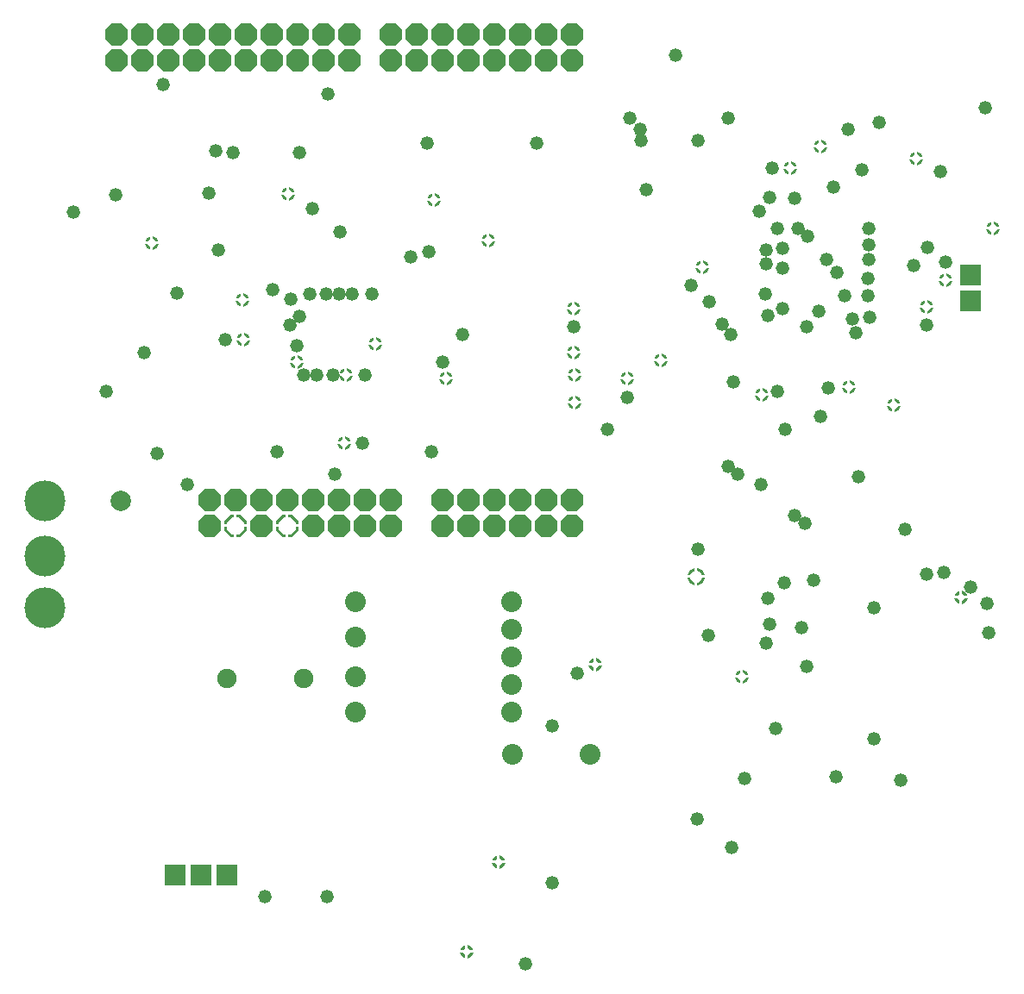
<source format=gbr>
%FSLAX23Y23*%
%MOIN*%
G04 EasyPC Gerber Version 17.0 Build 3379 *
%ADD150R,0.08000X0.08000*%
%ADD164C,0.05200*%
%ADD155C,0.07512*%
%ADD157C,0.07906*%
%ADD151C,0.08000*%
%AMT13*0 Octagon Pad at angle 0*4,1,8,-0.01780,-0.04300,0.01780,-0.04300,0.04300,-0.01780,0.04300,0.01780,0.01780,0.04300,-0.01780,0.04300,-0.04300,0.01780,-0.04300,-0.01780,-0.01780,-0.04300,0*%
%ADD13T13*%
%AMT12*0 Thermal pad*4,1,8,0.03300,0.00500,0.03300,0.01367,0.01367,0.03300,0.00500,0.03300,0.00500,0.04300,0.01780,0.04300,0.04300,0.01780,0.04300,0.00500,0.03300,0.00500,0*4,1,8,-0.00500,0.03300,-0.01367,0.03300,-0.03300,0.01367,-0.03300,0.00500,-0.04300,0.00500,-0.04300,0.01780,-0.01780,0.04300,-0.00500,0.04300,-0.00500,0.03300,0*4,1,8,-0.03300,-0.00500,-0.03300,-0.01367,-0.01367,-0.03300,-0.00500,-0.03300,-0.00500,-0.04300,-0.01780,-0.04300,-0.04300,-0.01780,-0.04300,-0.00500,-0.03300,-0.00500,0*4,1,8,0.00500,-0.03300,0.01367,-0.03300,0.03300,-0.01367,0.03300,-0.00500,0.04300,-0.00500,0.04300,-0.01780,0.01780,-0.04300,0.00500,-0.04300,0.00500,-0.03300,0*%
%ADD12T12*%
%AMT11*0 Octagon Pad at angle 0*4,1,8,-0.01780,-0.04300,0.01780,-0.04300,0.04300,-0.01780,0.04300,0.01780,0.01780,0.04300,-0.01780,0.04300,-0.04300,0.01780,-0.04300,-0.01780,-0.01780,-0.04300,0*%
%ADD11T11*%
%AMT10*0 Thermal pad*4,1,8,0.03300,0.00500,0.03300,0.01367,0.01367,0.03300,0.00500,0.03300,0.00500,0.04300,0.01780,0.04300,0.04300,0.01780,0.04300,0.00500,0.03300,0.00500,0*4,1,8,-0.00500,0.03300,-0.01367,0.03300,-0.03300,0.01367,-0.03300,0.00500,-0.04300,0.00500,-0.04300,0.01780,-0.01780,0.04300,-0.00500,0.04300,-0.00500,0.03300,0*4,1,8,-0.03300,-0.00500,-0.03300,-0.01367,-0.01367,-0.03300,-0.00500,-0.03300,-0.00500,-0.04300,-0.01780,-0.04300,-0.04300,-0.01780,-0.04300,-0.00500,-0.03300,-0.00500,0*4,1,8,0.00500,-0.03300,0.01367,-0.03300,0.03300,-0.01367,0.03300,-0.00500,0.04300,-0.00500,0.04300,-0.01780,0.01780,-0.04300,0.00500,-0.04300,0.00500,-0.03300,0*%
%ADD10T10*%
%AMT14*0 Thermal pad*7,0,0,0.05150,0.03150,0.01000,0*%
%ADD14T14*%
%AMT163*0 Thermal pad*7,0,0,0.05200,0.03200,0.01000,0*%
%ADD163T163*%
%AMT15*0 Thermal pad*7,0,0,0.06800,0.04800,0.01000,0*%
%ADD15T15*%
%ADD154C,0.08000*%
%ADD156C,0.15780*%
X0Y0D02*
D02*
D10*
X1400Y1995D03*
D02*
D11*
X940Y3895D03*
X1040D03*
X1140D03*
X1240D03*
X1340D03*
X1440D03*
X1500Y1995D03*
X1540Y3895D03*
X1600Y1995D03*
X1640Y3895D03*
X1700Y1995D03*
X1800Y3895D03*
X1900D03*
X2000Y1995D03*
Y3895D03*
X2100Y1995D03*
Y3895D03*
X2200Y1995D03*
Y3895D03*
X2300Y1995D03*
Y3895D03*
X2400Y1995D03*
Y3895D03*
X2500Y1995D03*
Y3895D03*
D02*
D12*
X1200Y1995D03*
D02*
D13*
X740Y3795D03*
Y3895D03*
X840Y3795D03*
Y3895D03*
X940Y3795D03*
X1040D03*
X1100Y1995D03*
Y2095D03*
X1140Y3795D03*
X1200Y2095D03*
X1240Y3795D03*
X1300Y1995D03*
Y2095D03*
X1340Y3795D03*
X1400Y2095D03*
X1440Y3795D03*
X1500Y2095D03*
X1540Y3795D03*
X1600Y2095D03*
X1640Y3795D03*
X1700Y2095D03*
X1800Y1995D03*
Y2095D03*
Y3795D03*
X1900D03*
X2000Y2095D03*
Y3795D03*
X2100Y2095D03*
Y3795D03*
X2200Y2095D03*
Y3795D03*
X2300Y2095D03*
Y3795D03*
X2400Y2095D03*
Y3795D03*
X2500Y2095D03*
Y3795D03*
D02*
D14*
X2095Y348D03*
X2219Y695D03*
X2590Y1458D03*
X4005Y1718D03*
D02*
D15*
X2982Y1799D03*
D02*
D150*
X968Y646D03*
X1068D03*
X1168D03*
X4041Y2865D03*
Y2965D03*
D02*
D151*
X1664Y1274D03*
X1664Y1411D03*
Y1702D03*
X1664Y1564D03*
X2268Y1381D03*
Y1488D03*
Y1702D03*
X2268Y1595D03*
X2268Y1274D03*
D02*
D154*
X2271Y1111D03*
X2571D03*
D02*
D155*
X1168Y1407D03*
X1463D03*
D02*
D156*
X464Y1678D03*
Y1878D03*
Y2091D03*
D02*
D157*
X759Y2092D03*
D02*
D163*
X877Y3089D03*
X1227Y2869D03*
X1232Y2714D03*
X1405Y3280D03*
X1439Y2628D03*
X1622Y2314D03*
X1626Y2578D03*
X1740Y2699D03*
X1966Y3257D03*
X2014Y2566D03*
X2177Y3099D03*
X2507Y2664D03*
Y2834D03*
X2512Y2579D03*
X2512Y2471D03*
X2714Y2566D03*
X2845Y2637D03*
X3005Y2997D03*
X3159Y1411D03*
X3234Y2503D03*
X3343Y3380D03*
X3461Y3463D03*
X3570Y2532D03*
X3744Y2461D03*
X3831Y3417D03*
X3870Y2842D03*
X3944Y2946D03*
X4127Y3146D03*
D02*
D164*
X575Y3209D03*
X702Y2514D03*
X739Y3274D03*
X849Y2665D03*
X897Y2275D03*
X920Y3701D03*
X974Y2896D03*
X1013Y2157D03*
X1098Y3282D03*
X1124Y3445D03*
X1133Y3061D03*
X1162Y2714D03*
X1191Y3439D03*
X1314Y561D03*
X1345Y2910D03*
X1362Y2283D03*
X1412Y2773D03*
X1413Y2871D03*
X1439Y2691D03*
X1446Y2807D03*
X1448Y3439D03*
X1464Y2578D03*
X1489Y2891D03*
X1498Y3223D03*
X1514Y2578D03*
X1551Y2891D03*
X1554Y561D03*
X1556Y3666D03*
X1576Y2578D03*
X1583Y2196D03*
X1601Y2891D03*
X1604Y3132D03*
X1651Y2891D03*
X1692Y2314D03*
X1701Y2578D03*
X1726Y2891D03*
X1877Y3034D03*
X1942Y3477D03*
X1947Y3054D03*
X1957Y2281D03*
X2001Y2628D03*
X2077Y2736D03*
X2320Y303D03*
X2365Y3477D03*
X2424Y617D03*
X2425Y1222D03*
X2507Y2764D03*
X2521Y1425D03*
X2636Y2369D03*
X2714Y2491D03*
X2723Y3571D03*
X2763Y3530D03*
X2767Y3484D03*
X2789Y3294D03*
X2900Y3815D03*
X2962Y2927D03*
X2983Y861D03*
X2987Y1906D03*
Y3486D03*
X3029Y1571D03*
X3030Y2862D03*
X3080Y2775D03*
X3104Y2227D03*
X3105Y3571D03*
X3114Y2735D03*
X3118Y752D03*
X3124Y2551D03*
X3140Y2196D03*
X3166Y1019D03*
X3225Y3212D03*
X3232Y2157D03*
X3249Y2891D03*
X3250Y3010D03*
X3252Y1542D03*
Y3061D03*
X3257Y1717D03*
X3259Y2810D03*
X3264Y1615D03*
X3265Y3267D03*
X3273Y3380D03*
X3289Y1211D03*
X3294Y3146D03*
X3295Y2517D03*
X3314Y2835D03*
X3315Y2993D03*
Y3068D03*
X3322Y1777D03*
X3324Y2369D03*
X3360Y3262D03*
X3361Y2036D03*
X3375Y3147D03*
X3387Y1602D03*
X3401Y2006D03*
X3407Y1453D03*
X3408Y2764D03*
X3411Y3114D03*
X3433Y1786D03*
X3453Y2826D03*
X3460Y2419D03*
X3484Y3026D03*
X3491Y2530D03*
X3510Y3307D03*
X3521Y1025D03*
X3523Y2975D03*
X3554Y2886D03*
X3569Y3530D03*
X3584Y2796D03*
X3599Y2741D03*
X3606Y2187D03*
X3620Y3372D03*
X3644Y2952D03*
X3645Y2887D03*
X3648Y3081D03*
X3649Y3026D03*
Y3146D03*
X3650Y2802D03*
X3667Y1171D03*
X3669Y1678D03*
X3687Y3555D03*
X3772Y1012D03*
X3787Y1983D03*
X3820Y3002D03*
X3870Y2772D03*
X3871Y1809D03*
X3875Y3072D03*
X3924Y3366D03*
X3938Y1815D03*
X3944Y3016D03*
X4040Y1759D03*
X4099Y3611D03*
X4105Y1697D03*
X4111Y1581D03*
X0Y0D02*
M02*

</source>
